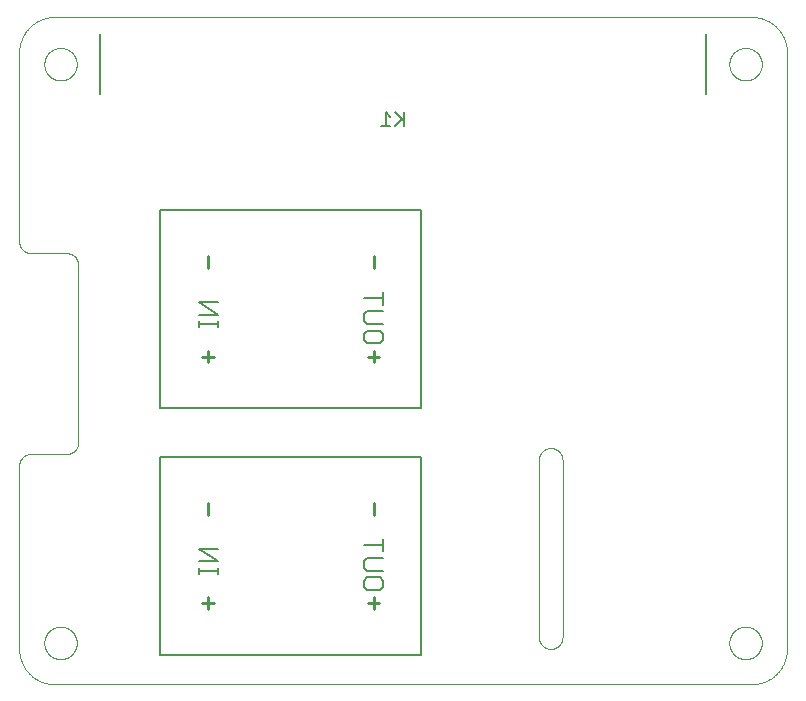
<source format=gbo>
G75*
%MOIN*%
%OFA0B0*%
%FSLAX25Y25*%
%IPPOS*%
%LPD*%
%AMOC8*
5,1,8,0,0,1.08239X$1,22.5*
%
%ADD10C,0.00000*%
%ADD11C,0.00500*%
%ADD12C,0.00600*%
%ADD13C,0.01000*%
D10*
X0033905Y0014811D02*
X0033905Y0075835D01*
X0033907Y0075959D01*
X0033913Y0076082D01*
X0033922Y0076206D01*
X0033936Y0076328D01*
X0033953Y0076451D01*
X0033975Y0076573D01*
X0034000Y0076694D01*
X0034029Y0076814D01*
X0034061Y0076933D01*
X0034098Y0077052D01*
X0034138Y0077169D01*
X0034181Y0077284D01*
X0034229Y0077399D01*
X0034280Y0077511D01*
X0034334Y0077622D01*
X0034392Y0077732D01*
X0034453Y0077839D01*
X0034518Y0077945D01*
X0034586Y0078048D01*
X0034657Y0078149D01*
X0034731Y0078248D01*
X0034808Y0078345D01*
X0034889Y0078439D01*
X0034972Y0078530D01*
X0035058Y0078619D01*
X0035147Y0078705D01*
X0035238Y0078788D01*
X0035332Y0078869D01*
X0035429Y0078946D01*
X0035528Y0079020D01*
X0035629Y0079091D01*
X0035732Y0079159D01*
X0035838Y0079224D01*
X0035945Y0079285D01*
X0036055Y0079343D01*
X0036166Y0079397D01*
X0036278Y0079448D01*
X0036393Y0079496D01*
X0036508Y0079539D01*
X0036625Y0079579D01*
X0036744Y0079616D01*
X0036863Y0079648D01*
X0036983Y0079677D01*
X0037104Y0079702D01*
X0037226Y0079724D01*
X0037349Y0079741D01*
X0037471Y0079755D01*
X0037595Y0079764D01*
X0037718Y0079770D01*
X0037842Y0079772D01*
X0049653Y0079772D01*
X0049777Y0079774D01*
X0049900Y0079780D01*
X0050024Y0079789D01*
X0050146Y0079803D01*
X0050269Y0079820D01*
X0050391Y0079842D01*
X0050512Y0079867D01*
X0050632Y0079896D01*
X0050751Y0079928D01*
X0050870Y0079965D01*
X0050987Y0080005D01*
X0051102Y0080048D01*
X0051217Y0080096D01*
X0051329Y0080147D01*
X0051440Y0080201D01*
X0051550Y0080259D01*
X0051657Y0080320D01*
X0051763Y0080385D01*
X0051866Y0080453D01*
X0051967Y0080524D01*
X0052066Y0080598D01*
X0052163Y0080675D01*
X0052257Y0080756D01*
X0052348Y0080839D01*
X0052437Y0080925D01*
X0052523Y0081014D01*
X0052606Y0081105D01*
X0052687Y0081199D01*
X0052764Y0081296D01*
X0052838Y0081395D01*
X0052909Y0081496D01*
X0052977Y0081599D01*
X0053042Y0081705D01*
X0053103Y0081812D01*
X0053161Y0081922D01*
X0053215Y0082033D01*
X0053266Y0082145D01*
X0053314Y0082260D01*
X0053357Y0082375D01*
X0053397Y0082492D01*
X0053434Y0082611D01*
X0053466Y0082730D01*
X0053495Y0082850D01*
X0053520Y0082971D01*
X0053542Y0083093D01*
X0053559Y0083216D01*
X0053573Y0083338D01*
X0053582Y0083462D01*
X0053588Y0083585D01*
X0053590Y0083709D01*
X0053590Y0142764D01*
X0053588Y0142888D01*
X0053582Y0143011D01*
X0053573Y0143135D01*
X0053559Y0143257D01*
X0053542Y0143380D01*
X0053520Y0143502D01*
X0053495Y0143623D01*
X0053466Y0143743D01*
X0053434Y0143862D01*
X0053397Y0143981D01*
X0053357Y0144098D01*
X0053314Y0144213D01*
X0053266Y0144328D01*
X0053215Y0144440D01*
X0053161Y0144551D01*
X0053103Y0144661D01*
X0053042Y0144768D01*
X0052977Y0144874D01*
X0052909Y0144977D01*
X0052838Y0145078D01*
X0052764Y0145177D01*
X0052687Y0145274D01*
X0052606Y0145368D01*
X0052523Y0145459D01*
X0052437Y0145548D01*
X0052348Y0145634D01*
X0052257Y0145717D01*
X0052163Y0145798D01*
X0052066Y0145875D01*
X0051967Y0145949D01*
X0051866Y0146020D01*
X0051763Y0146088D01*
X0051657Y0146153D01*
X0051550Y0146214D01*
X0051440Y0146272D01*
X0051329Y0146326D01*
X0051217Y0146377D01*
X0051102Y0146425D01*
X0050987Y0146468D01*
X0050870Y0146508D01*
X0050751Y0146545D01*
X0050632Y0146577D01*
X0050512Y0146606D01*
X0050391Y0146631D01*
X0050269Y0146653D01*
X0050146Y0146670D01*
X0050024Y0146684D01*
X0049900Y0146693D01*
X0049777Y0146699D01*
X0049653Y0146701D01*
X0037842Y0146701D01*
X0037718Y0146703D01*
X0037595Y0146709D01*
X0037471Y0146718D01*
X0037349Y0146732D01*
X0037226Y0146749D01*
X0037104Y0146771D01*
X0036983Y0146796D01*
X0036863Y0146825D01*
X0036744Y0146857D01*
X0036625Y0146894D01*
X0036508Y0146934D01*
X0036393Y0146977D01*
X0036278Y0147025D01*
X0036166Y0147076D01*
X0036055Y0147130D01*
X0035945Y0147188D01*
X0035838Y0147249D01*
X0035732Y0147314D01*
X0035629Y0147382D01*
X0035528Y0147453D01*
X0035429Y0147527D01*
X0035332Y0147604D01*
X0035238Y0147685D01*
X0035147Y0147768D01*
X0035058Y0147854D01*
X0034972Y0147943D01*
X0034889Y0148034D01*
X0034808Y0148128D01*
X0034731Y0148225D01*
X0034657Y0148324D01*
X0034586Y0148425D01*
X0034518Y0148528D01*
X0034453Y0148634D01*
X0034392Y0148741D01*
X0034334Y0148851D01*
X0034280Y0148962D01*
X0034229Y0149074D01*
X0034181Y0149189D01*
X0034138Y0149304D01*
X0034098Y0149421D01*
X0034061Y0149540D01*
X0034029Y0149659D01*
X0034000Y0149779D01*
X0033975Y0149900D01*
X0033953Y0150022D01*
X0033936Y0150145D01*
X0033922Y0150267D01*
X0033913Y0150391D01*
X0033907Y0150514D01*
X0033905Y0150638D01*
X0033905Y0213630D01*
X0033908Y0213915D01*
X0033919Y0214201D01*
X0033936Y0214486D01*
X0033960Y0214770D01*
X0033991Y0215054D01*
X0034029Y0215337D01*
X0034074Y0215618D01*
X0034125Y0215899D01*
X0034183Y0216179D01*
X0034248Y0216457D01*
X0034320Y0216733D01*
X0034398Y0217007D01*
X0034483Y0217280D01*
X0034575Y0217550D01*
X0034673Y0217818D01*
X0034777Y0218084D01*
X0034888Y0218347D01*
X0035005Y0218607D01*
X0035128Y0218865D01*
X0035258Y0219119D01*
X0035394Y0219370D01*
X0035535Y0219618D01*
X0035683Y0219862D01*
X0035836Y0220103D01*
X0035996Y0220339D01*
X0036161Y0220572D01*
X0036331Y0220801D01*
X0036507Y0221026D01*
X0036689Y0221246D01*
X0036875Y0221462D01*
X0037067Y0221673D01*
X0037264Y0221880D01*
X0037466Y0222082D01*
X0037673Y0222279D01*
X0037884Y0222471D01*
X0038100Y0222657D01*
X0038320Y0222839D01*
X0038545Y0223015D01*
X0038774Y0223185D01*
X0039007Y0223350D01*
X0039243Y0223510D01*
X0039484Y0223663D01*
X0039728Y0223811D01*
X0039976Y0223952D01*
X0040227Y0224088D01*
X0040481Y0224218D01*
X0040739Y0224341D01*
X0040999Y0224458D01*
X0041262Y0224569D01*
X0041528Y0224673D01*
X0041796Y0224771D01*
X0042066Y0224863D01*
X0042339Y0224948D01*
X0042613Y0225026D01*
X0042889Y0225098D01*
X0043167Y0225163D01*
X0043447Y0225221D01*
X0043728Y0225272D01*
X0044009Y0225317D01*
X0044292Y0225355D01*
X0044576Y0225386D01*
X0044860Y0225410D01*
X0045145Y0225427D01*
X0045431Y0225438D01*
X0045716Y0225441D01*
X0278000Y0225441D01*
X0278285Y0225438D01*
X0278571Y0225427D01*
X0278856Y0225410D01*
X0279140Y0225386D01*
X0279424Y0225355D01*
X0279707Y0225317D01*
X0279988Y0225272D01*
X0280269Y0225221D01*
X0280549Y0225163D01*
X0280827Y0225098D01*
X0281103Y0225026D01*
X0281377Y0224948D01*
X0281650Y0224863D01*
X0281920Y0224771D01*
X0282188Y0224673D01*
X0282454Y0224569D01*
X0282717Y0224458D01*
X0282977Y0224341D01*
X0283235Y0224218D01*
X0283489Y0224088D01*
X0283740Y0223952D01*
X0283988Y0223811D01*
X0284232Y0223663D01*
X0284473Y0223510D01*
X0284709Y0223350D01*
X0284942Y0223185D01*
X0285171Y0223015D01*
X0285396Y0222839D01*
X0285616Y0222657D01*
X0285832Y0222471D01*
X0286043Y0222279D01*
X0286250Y0222082D01*
X0286452Y0221880D01*
X0286649Y0221673D01*
X0286841Y0221462D01*
X0287027Y0221246D01*
X0287209Y0221026D01*
X0287385Y0220801D01*
X0287555Y0220572D01*
X0287720Y0220339D01*
X0287880Y0220103D01*
X0288033Y0219862D01*
X0288181Y0219618D01*
X0288322Y0219370D01*
X0288458Y0219119D01*
X0288588Y0218865D01*
X0288711Y0218607D01*
X0288828Y0218347D01*
X0288939Y0218084D01*
X0289043Y0217818D01*
X0289141Y0217550D01*
X0289233Y0217280D01*
X0289318Y0217007D01*
X0289396Y0216733D01*
X0289468Y0216457D01*
X0289533Y0216179D01*
X0289591Y0215899D01*
X0289642Y0215618D01*
X0289687Y0215337D01*
X0289725Y0215054D01*
X0289756Y0214770D01*
X0289780Y0214486D01*
X0289797Y0214201D01*
X0289808Y0213915D01*
X0289811Y0213630D01*
X0289811Y0014811D01*
X0289808Y0014526D01*
X0289797Y0014240D01*
X0289780Y0013955D01*
X0289756Y0013671D01*
X0289725Y0013387D01*
X0289687Y0013104D01*
X0289642Y0012823D01*
X0289591Y0012542D01*
X0289533Y0012262D01*
X0289468Y0011984D01*
X0289396Y0011708D01*
X0289318Y0011434D01*
X0289233Y0011161D01*
X0289141Y0010891D01*
X0289043Y0010623D01*
X0288939Y0010357D01*
X0288828Y0010094D01*
X0288711Y0009834D01*
X0288588Y0009576D01*
X0288458Y0009322D01*
X0288322Y0009071D01*
X0288181Y0008823D01*
X0288033Y0008579D01*
X0287880Y0008338D01*
X0287720Y0008102D01*
X0287555Y0007869D01*
X0287385Y0007640D01*
X0287209Y0007415D01*
X0287027Y0007195D01*
X0286841Y0006979D01*
X0286649Y0006768D01*
X0286452Y0006561D01*
X0286250Y0006359D01*
X0286043Y0006162D01*
X0285832Y0005970D01*
X0285616Y0005784D01*
X0285396Y0005602D01*
X0285171Y0005426D01*
X0284942Y0005256D01*
X0284709Y0005091D01*
X0284473Y0004931D01*
X0284232Y0004778D01*
X0283988Y0004630D01*
X0283740Y0004489D01*
X0283489Y0004353D01*
X0283235Y0004223D01*
X0282977Y0004100D01*
X0282717Y0003983D01*
X0282454Y0003872D01*
X0282188Y0003768D01*
X0281920Y0003670D01*
X0281650Y0003578D01*
X0281377Y0003493D01*
X0281103Y0003415D01*
X0280827Y0003343D01*
X0280549Y0003278D01*
X0280269Y0003220D01*
X0279988Y0003169D01*
X0279707Y0003124D01*
X0279424Y0003086D01*
X0279140Y0003055D01*
X0278856Y0003031D01*
X0278571Y0003014D01*
X0278285Y0003003D01*
X0278000Y0003000D01*
X0045716Y0003000D01*
X0045431Y0003003D01*
X0045145Y0003014D01*
X0044860Y0003031D01*
X0044576Y0003055D01*
X0044292Y0003086D01*
X0044009Y0003124D01*
X0043728Y0003169D01*
X0043447Y0003220D01*
X0043167Y0003278D01*
X0042889Y0003343D01*
X0042613Y0003415D01*
X0042339Y0003493D01*
X0042066Y0003578D01*
X0041796Y0003670D01*
X0041528Y0003768D01*
X0041262Y0003872D01*
X0040999Y0003983D01*
X0040739Y0004100D01*
X0040481Y0004223D01*
X0040227Y0004353D01*
X0039976Y0004489D01*
X0039728Y0004630D01*
X0039484Y0004778D01*
X0039243Y0004931D01*
X0039007Y0005091D01*
X0038774Y0005256D01*
X0038545Y0005426D01*
X0038320Y0005602D01*
X0038100Y0005784D01*
X0037884Y0005970D01*
X0037673Y0006162D01*
X0037466Y0006359D01*
X0037264Y0006561D01*
X0037067Y0006768D01*
X0036875Y0006979D01*
X0036689Y0007195D01*
X0036507Y0007415D01*
X0036331Y0007640D01*
X0036161Y0007869D01*
X0035996Y0008102D01*
X0035836Y0008338D01*
X0035683Y0008579D01*
X0035535Y0008823D01*
X0035394Y0009071D01*
X0035258Y0009322D01*
X0035128Y0009576D01*
X0035005Y0009834D01*
X0034888Y0010094D01*
X0034777Y0010357D01*
X0034673Y0010623D01*
X0034575Y0010891D01*
X0034483Y0011161D01*
X0034398Y0011434D01*
X0034320Y0011708D01*
X0034248Y0011984D01*
X0034183Y0012262D01*
X0034125Y0012542D01*
X0034074Y0012823D01*
X0034029Y0013104D01*
X0033991Y0013387D01*
X0033960Y0013671D01*
X0033936Y0013955D01*
X0033919Y0014240D01*
X0033908Y0014526D01*
X0033905Y0014811D01*
X0042272Y0016780D02*
X0042274Y0016927D01*
X0042280Y0017073D01*
X0042290Y0017219D01*
X0042304Y0017365D01*
X0042322Y0017511D01*
X0042343Y0017656D01*
X0042369Y0017800D01*
X0042399Y0017944D01*
X0042432Y0018086D01*
X0042469Y0018228D01*
X0042510Y0018369D01*
X0042555Y0018508D01*
X0042604Y0018647D01*
X0042656Y0018784D01*
X0042713Y0018919D01*
X0042772Y0019053D01*
X0042836Y0019185D01*
X0042903Y0019315D01*
X0042973Y0019444D01*
X0043047Y0019571D01*
X0043124Y0019695D01*
X0043205Y0019818D01*
X0043289Y0019938D01*
X0043376Y0020056D01*
X0043466Y0020171D01*
X0043559Y0020284D01*
X0043656Y0020395D01*
X0043755Y0020503D01*
X0043857Y0020608D01*
X0043962Y0020710D01*
X0044070Y0020809D01*
X0044181Y0020906D01*
X0044294Y0020999D01*
X0044409Y0021089D01*
X0044527Y0021176D01*
X0044647Y0021260D01*
X0044770Y0021341D01*
X0044894Y0021418D01*
X0045021Y0021492D01*
X0045150Y0021562D01*
X0045280Y0021629D01*
X0045412Y0021693D01*
X0045546Y0021752D01*
X0045681Y0021809D01*
X0045818Y0021861D01*
X0045957Y0021910D01*
X0046096Y0021955D01*
X0046237Y0021996D01*
X0046379Y0022033D01*
X0046521Y0022066D01*
X0046665Y0022096D01*
X0046809Y0022122D01*
X0046954Y0022143D01*
X0047100Y0022161D01*
X0047246Y0022175D01*
X0047392Y0022185D01*
X0047538Y0022191D01*
X0047685Y0022193D01*
X0047832Y0022191D01*
X0047978Y0022185D01*
X0048124Y0022175D01*
X0048270Y0022161D01*
X0048416Y0022143D01*
X0048561Y0022122D01*
X0048705Y0022096D01*
X0048849Y0022066D01*
X0048991Y0022033D01*
X0049133Y0021996D01*
X0049274Y0021955D01*
X0049413Y0021910D01*
X0049552Y0021861D01*
X0049689Y0021809D01*
X0049824Y0021752D01*
X0049958Y0021693D01*
X0050090Y0021629D01*
X0050220Y0021562D01*
X0050349Y0021492D01*
X0050476Y0021418D01*
X0050600Y0021341D01*
X0050723Y0021260D01*
X0050843Y0021176D01*
X0050961Y0021089D01*
X0051076Y0020999D01*
X0051189Y0020906D01*
X0051300Y0020809D01*
X0051408Y0020710D01*
X0051513Y0020608D01*
X0051615Y0020503D01*
X0051714Y0020395D01*
X0051811Y0020284D01*
X0051904Y0020171D01*
X0051994Y0020056D01*
X0052081Y0019938D01*
X0052165Y0019818D01*
X0052246Y0019695D01*
X0052323Y0019571D01*
X0052397Y0019444D01*
X0052467Y0019315D01*
X0052534Y0019185D01*
X0052598Y0019053D01*
X0052657Y0018919D01*
X0052714Y0018784D01*
X0052766Y0018647D01*
X0052815Y0018508D01*
X0052860Y0018369D01*
X0052901Y0018228D01*
X0052938Y0018086D01*
X0052971Y0017944D01*
X0053001Y0017800D01*
X0053027Y0017656D01*
X0053048Y0017511D01*
X0053066Y0017365D01*
X0053080Y0017219D01*
X0053090Y0017073D01*
X0053096Y0016927D01*
X0053098Y0016780D01*
X0053096Y0016633D01*
X0053090Y0016487D01*
X0053080Y0016341D01*
X0053066Y0016195D01*
X0053048Y0016049D01*
X0053027Y0015904D01*
X0053001Y0015760D01*
X0052971Y0015616D01*
X0052938Y0015474D01*
X0052901Y0015332D01*
X0052860Y0015191D01*
X0052815Y0015052D01*
X0052766Y0014913D01*
X0052714Y0014776D01*
X0052657Y0014641D01*
X0052598Y0014507D01*
X0052534Y0014375D01*
X0052467Y0014245D01*
X0052397Y0014116D01*
X0052323Y0013989D01*
X0052246Y0013865D01*
X0052165Y0013742D01*
X0052081Y0013622D01*
X0051994Y0013504D01*
X0051904Y0013389D01*
X0051811Y0013276D01*
X0051714Y0013165D01*
X0051615Y0013057D01*
X0051513Y0012952D01*
X0051408Y0012850D01*
X0051300Y0012751D01*
X0051189Y0012654D01*
X0051076Y0012561D01*
X0050961Y0012471D01*
X0050843Y0012384D01*
X0050723Y0012300D01*
X0050600Y0012219D01*
X0050476Y0012142D01*
X0050349Y0012068D01*
X0050220Y0011998D01*
X0050090Y0011931D01*
X0049958Y0011867D01*
X0049824Y0011808D01*
X0049689Y0011751D01*
X0049552Y0011699D01*
X0049413Y0011650D01*
X0049274Y0011605D01*
X0049133Y0011564D01*
X0048991Y0011527D01*
X0048849Y0011494D01*
X0048705Y0011464D01*
X0048561Y0011438D01*
X0048416Y0011417D01*
X0048270Y0011399D01*
X0048124Y0011385D01*
X0047978Y0011375D01*
X0047832Y0011369D01*
X0047685Y0011367D01*
X0047538Y0011369D01*
X0047392Y0011375D01*
X0047246Y0011385D01*
X0047100Y0011399D01*
X0046954Y0011417D01*
X0046809Y0011438D01*
X0046665Y0011464D01*
X0046521Y0011494D01*
X0046379Y0011527D01*
X0046237Y0011564D01*
X0046096Y0011605D01*
X0045957Y0011650D01*
X0045818Y0011699D01*
X0045681Y0011751D01*
X0045546Y0011808D01*
X0045412Y0011867D01*
X0045280Y0011931D01*
X0045150Y0011998D01*
X0045021Y0012068D01*
X0044894Y0012142D01*
X0044770Y0012219D01*
X0044647Y0012300D01*
X0044527Y0012384D01*
X0044409Y0012471D01*
X0044294Y0012561D01*
X0044181Y0012654D01*
X0044070Y0012751D01*
X0043962Y0012850D01*
X0043857Y0012952D01*
X0043755Y0013057D01*
X0043656Y0013165D01*
X0043559Y0013276D01*
X0043466Y0013389D01*
X0043376Y0013504D01*
X0043289Y0013622D01*
X0043205Y0013742D01*
X0043124Y0013865D01*
X0043047Y0013989D01*
X0042973Y0014116D01*
X0042903Y0014245D01*
X0042836Y0014375D01*
X0042772Y0014507D01*
X0042713Y0014641D01*
X0042656Y0014776D01*
X0042604Y0014913D01*
X0042555Y0015052D01*
X0042510Y0015191D01*
X0042469Y0015332D01*
X0042432Y0015474D01*
X0042399Y0015616D01*
X0042369Y0015760D01*
X0042343Y0015904D01*
X0042322Y0016049D01*
X0042304Y0016195D01*
X0042290Y0016341D01*
X0042280Y0016487D01*
X0042274Y0016633D01*
X0042272Y0016780D01*
X0207134Y0018748D02*
X0207134Y0077803D01*
X0207136Y0077927D01*
X0207142Y0078050D01*
X0207151Y0078174D01*
X0207165Y0078296D01*
X0207182Y0078419D01*
X0207204Y0078541D01*
X0207229Y0078662D01*
X0207258Y0078782D01*
X0207290Y0078901D01*
X0207327Y0079020D01*
X0207367Y0079137D01*
X0207410Y0079252D01*
X0207458Y0079367D01*
X0207509Y0079479D01*
X0207563Y0079590D01*
X0207621Y0079700D01*
X0207682Y0079807D01*
X0207747Y0079913D01*
X0207815Y0080016D01*
X0207886Y0080117D01*
X0207960Y0080216D01*
X0208037Y0080313D01*
X0208118Y0080407D01*
X0208201Y0080498D01*
X0208287Y0080587D01*
X0208376Y0080673D01*
X0208467Y0080756D01*
X0208561Y0080837D01*
X0208658Y0080914D01*
X0208757Y0080988D01*
X0208858Y0081059D01*
X0208961Y0081127D01*
X0209067Y0081192D01*
X0209174Y0081253D01*
X0209284Y0081311D01*
X0209395Y0081365D01*
X0209507Y0081416D01*
X0209622Y0081464D01*
X0209737Y0081507D01*
X0209854Y0081547D01*
X0209973Y0081584D01*
X0210092Y0081616D01*
X0210212Y0081645D01*
X0210333Y0081670D01*
X0210455Y0081692D01*
X0210578Y0081709D01*
X0210700Y0081723D01*
X0210824Y0081732D01*
X0210947Y0081738D01*
X0211071Y0081740D01*
X0211195Y0081738D01*
X0211318Y0081732D01*
X0211442Y0081723D01*
X0211564Y0081709D01*
X0211687Y0081692D01*
X0211809Y0081670D01*
X0211930Y0081645D01*
X0212050Y0081616D01*
X0212169Y0081584D01*
X0212288Y0081547D01*
X0212405Y0081507D01*
X0212520Y0081464D01*
X0212635Y0081416D01*
X0212747Y0081365D01*
X0212858Y0081311D01*
X0212968Y0081253D01*
X0213075Y0081192D01*
X0213181Y0081127D01*
X0213284Y0081059D01*
X0213385Y0080988D01*
X0213484Y0080914D01*
X0213581Y0080837D01*
X0213675Y0080756D01*
X0213766Y0080673D01*
X0213855Y0080587D01*
X0213941Y0080498D01*
X0214024Y0080407D01*
X0214105Y0080313D01*
X0214182Y0080216D01*
X0214256Y0080117D01*
X0214327Y0080016D01*
X0214395Y0079913D01*
X0214460Y0079807D01*
X0214521Y0079700D01*
X0214579Y0079590D01*
X0214633Y0079479D01*
X0214684Y0079367D01*
X0214732Y0079252D01*
X0214775Y0079137D01*
X0214815Y0079020D01*
X0214852Y0078901D01*
X0214884Y0078782D01*
X0214913Y0078662D01*
X0214938Y0078541D01*
X0214960Y0078419D01*
X0214977Y0078296D01*
X0214991Y0078174D01*
X0215000Y0078050D01*
X0215006Y0077927D01*
X0215008Y0077803D01*
X0215008Y0018748D01*
X0211071Y0014811D02*
X0210947Y0014813D01*
X0210824Y0014819D01*
X0210700Y0014828D01*
X0210578Y0014842D01*
X0210455Y0014859D01*
X0210333Y0014881D01*
X0210212Y0014906D01*
X0210092Y0014935D01*
X0209973Y0014967D01*
X0209854Y0015004D01*
X0209737Y0015044D01*
X0209622Y0015087D01*
X0209507Y0015135D01*
X0209395Y0015186D01*
X0209284Y0015240D01*
X0209174Y0015298D01*
X0209067Y0015359D01*
X0208961Y0015424D01*
X0208858Y0015492D01*
X0208757Y0015563D01*
X0208658Y0015637D01*
X0208561Y0015714D01*
X0208467Y0015795D01*
X0208376Y0015878D01*
X0208287Y0015964D01*
X0208201Y0016053D01*
X0208118Y0016144D01*
X0208037Y0016238D01*
X0207960Y0016335D01*
X0207886Y0016434D01*
X0207815Y0016535D01*
X0207747Y0016638D01*
X0207682Y0016744D01*
X0207621Y0016851D01*
X0207563Y0016961D01*
X0207509Y0017072D01*
X0207458Y0017184D01*
X0207410Y0017299D01*
X0207367Y0017414D01*
X0207327Y0017531D01*
X0207290Y0017650D01*
X0207258Y0017769D01*
X0207229Y0017889D01*
X0207204Y0018010D01*
X0207182Y0018132D01*
X0207165Y0018255D01*
X0207151Y0018377D01*
X0207142Y0018501D01*
X0207136Y0018624D01*
X0207134Y0018748D01*
X0211071Y0014811D02*
X0211195Y0014813D01*
X0211318Y0014819D01*
X0211442Y0014828D01*
X0211564Y0014842D01*
X0211687Y0014859D01*
X0211809Y0014881D01*
X0211930Y0014906D01*
X0212050Y0014935D01*
X0212169Y0014967D01*
X0212288Y0015004D01*
X0212405Y0015044D01*
X0212520Y0015087D01*
X0212635Y0015135D01*
X0212747Y0015186D01*
X0212858Y0015240D01*
X0212968Y0015298D01*
X0213075Y0015359D01*
X0213181Y0015424D01*
X0213284Y0015492D01*
X0213385Y0015563D01*
X0213484Y0015637D01*
X0213581Y0015714D01*
X0213675Y0015795D01*
X0213766Y0015878D01*
X0213855Y0015964D01*
X0213941Y0016053D01*
X0214024Y0016144D01*
X0214105Y0016238D01*
X0214182Y0016335D01*
X0214256Y0016434D01*
X0214327Y0016535D01*
X0214395Y0016638D01*
X0214460Y0016744D01*
X0214521Y0016851D01*
X0214579Y0016961D01*
X0214633Y0017072D01*
X0214684Y0017184D01*
X0214732Y0017299D01*
X0214775Y0017414D01*
X0214815Y0017531D01*
X0214852Y0017650D01*
X0214884Y0017769D01*
X0214913Y0017889D01*
X0214938Y0018010D01*
X0214960Y0018132D01*
X0214977Y0018255D01*
X0214991Y0018377D01*
X0215000Y0018501D01*
X0215006Y0018624D01*
X0215008Y0018748D01*
X0270618Y0016780D02*
X0270620Y0016927D01*
X0270626Y0017073D01*
X0270636Y0017219D01*
X0270650Y0017365D01*
X0270668Y0017511D01*
X0270689Y0017656D01*
X0270715Y0017800D01*
X0270745Y0017944D01*
X0270778Y0018086D01*
X0270815Y0018228D01*
X0270856Y0018369D01*
X0270901Y0018508D01*
X0270950Y0018647D01*
X0271002Y0018784D01*
X0271059Y0018919D01*
X0271118Y0019053D01*
X0271182Y0019185D01*
X0271249Y0019315D01*
X0271319Y0019444D01*
X0271393Y0019571D01*
X0271470Y0019695D01*
X0271551Y0019818D01*
X0271635Y0019938D01*
X0271722Y0020056D01*
X0271812Y0020171D01*
X0271905Y0020284D01*
X0272002Y0020395D01*
X0272101Y0020503D01*
X0272203Y0020608D01*
X0272308Y0020710D01*
X0272416Y0020809D01*
X0272527Y0020906D01*
X0272640Y0020999D01*
X0272755Y0021089D01*
X0272873Y0021176D01*
X0272993Y0021260D01*
X0273116Y0021341D01*
X0273240Y0021418D01*
X0273367Y0021492D01*
X0273496Y0021562D01*
X0273626Y0021629D01*
X0273758Y0021693D01*
X0273892Y0021752D01*
X0274027Y0021809D01*
X0274164Y0021861D01*
X0274303Y0021910D01*
X0274442Y0021955D01*
X0274583Y0021996D01*
X0274725Y0022033D01*
X0274867Y0022066D01*
X0275011Y0022096D01*
X0275155Y0022122D01*
X0275300Y0022143D01*
X0275446Y0022161D01*
X0275592Y0022175D01*
X0275738Y0022185D01*
X0275884Y0022191D01*
X0276031Y0022193D01*
X0276178Y0022191D01*
X0276324Y0022185D01*
X0276470Y0022175D01*
X0276616Y0022161D01*
X0276762Y0022143D01*
X0276907Y0022122D01*
X0277051Y0022096D01*
X0277195Y0022066D01*
X0277337Y0022033D01*
X0277479Y0021996D01*
X0277620Y0021955D01*
X0277759Y0021910D01*
X0277898Y0021861D01*
X0278035Y0021809D01*
X0278170Y0021752D01*
X0278304Y0021693D01*
X0278436Y0021629D01*
X0278566Y0021562D01*
X0278695Y0021492D01*
X0278822Y0021418D01*
X0278946Y0021341D01*
X0279069Y0021260D01*
X0279189Y0021176D01*
X0279307Y0021089D01*
X0279422Y0020999D01*
X0279535Y0020906D01*
X0279646Y0020809D01*
X0279754Y0020710D01*
X0279859Y0020608D01*
X0279961Y0020503D01*
X0280060Y0020395D01*
X0280157Y0020284D01*
X0280250Y0020171D01*
X0280340Y0020056D01*
X0280427Y0019938D01*
X0280511Y0019818D01*
X0280592Y0019695D01*
X0280669Y0019571D01*
X0280743Y0019444D01*
X0280813Y0019315D01*
X0280880Y0019185D01*
X0280944Y0019053D01*
X0281003Y0018919D01*
X0281060Y0018784D01*
X0281112Y0018647D01*
X0281161Y0018508D01*
X0281206Y0018369D01*
X0281247Y0018228D01*
X0281284Y0018086D01*
X0281317Y0017944D01*
X0281347Y0017800D01*
X0281373Y0017656D01*
X0281394Y0017511D01*
X0281412Y0017365D01*
X0281426Y0017219D01*
X0281436Y0017073D01*
X0281442Y0016927D01*
X0281444Y0016780D01*
X0281442Y0016633D01*
X0281436Y0016487D01*
X0281426Y0016341D01*
X0281412Y0016195D01*
X0281394Y0016049D01*
X0281373Y0015904D01*
X0281347Y0015760D01*
X0281317Y0015616D01*
X0281284Y0015474D01*
X0281247Y0015332D01*
X0281206Y0015191D01*
X0281161Y0015052D01*
X0281112Y0014913D01*
X0281060Y0014776D01*
X0281003Y0014641D01*
X0280944Y0014507D01*
X0280880Y0014375D01*
X0280813Y0014245D01*
X0280743Y0014116D01*
X0280669Y0013989D01*
X0280592Y0013865D01*
X0280511Y0013742D01*
X0280427Y0013622D01*
X0280340Y0013504D01*
X0280250Y0013389D01*
X0280157Y0013276D01*
X0280060Y0013165D01*
X0279961Y0013057D01*
X0279859Y0012952D01*
X0279754Y0012850D01*
X0279646Y0012751D01*
X0279535Y0012654D01*
X0279422Y0012561D01*
X0279307Y0012471D01*
X0279189Y0012384D01*
X0279069Y0012300D01*
X0278946Y0012219D01*
X0278822Y0012142D01*
X0278695Y0012068D01*
X0278566Y0011998D01*
X0278436Y0011931D01*
X0278304Y0011867D01*
X0278170Y0011808D01*
X0278035Y0011751D01*
X0277898Y0011699D01*
X0277759Y0011650D01*
X0277620Y0011605D01*
X0277479Y0011564D01*
X0277337Y0011527D01*
X0277195Y0011494D01*
X0277051Y0011464D01*
X0276907Y0011438D01*
X0276762Y0011417D01*
X0276616Y0011399D01*
X0276470Y0011385D01*
X0276324Y0011375D01*
X0276178Y0011369D01*
X0276031Y0011367D01*
X0275884Y0011369D01*
X0275738Y0011375D01*
X0275592Y0011385D01*
X0275446Y0011399D01*
X0275300Y0011417D01*
X0275155Y0011438D01*
X0275011Y0011464D01*
X0274867Y0011494D01*
X0274725Y0011527D01*
X0274583Y0011564D01*
X0274442Y0011605D01*
X0274303Y0011650D01*
X0274164Y0011699D01*
X0274027Y0011751D01*
X0273892Y0011808D01*
X0273758Y0011867D01*
X0273626Y0011931D01*
X0273496Y0011998D01*
X0273367Y0012068D01*
X0273240Y0012142D01*
X0273116Y0012219D01*
X0272993Y0012300D01*
X0272873Y0012384D01*
X0272755Y0012471D01*
X0272640Y0012561D01*
X0272527Y0012654D01*
X0272416Y0012751D01*
X0272308Y0012850D01*
X0272203Y0012952D01*
X0272101Y0013057D01*
X0272002Y0013165D01*
X0271905Y0013276D01*
X0271812Y0013389D01*
X0271722Y0013504D01*
X0271635Y0013622D01*
X0271551Y0013742D01*
X0271470Y0013865D01*
X0271393Y0013989D01*
X0271319Y0014116D01*
X0271249Y0014245D01*
X0271182Y0014375D01*
X0271118Y0014507D01*
X0271059Y0014641D01*
X0271002Y0014776D01*
X0270950Y0014913D01*
X0270901Y0015052D01*
X0270856Y0015191D01*
X0270815Y0015332D01*
X0270778Y0015474D01*
X0270745Y0015616D01*
X0270715Y0015760D01*
X0270689Y0015904D01*
X0270668Y0016049D01*
X0270650Y0016195D01*
X0270636Y0016341D01*
X0270626Y0016487D01*
X0270620Y0016633D01*
X0270618Y0016780D01*
X0270618Y0209693D02*
X0270620Y0209840D01*
X0270626Y0209986D01*
X0270636Y0210132D01*
X0270650Y0210278D01*
X0270668Y0210424D01*
X0270689Y0210569D01*
X0270715Y0210713D01*
X0270745Y0210857D01*
X0270778Y0210999D01*
X0270815Y0211141D01*
X0270856Y0211282D01*
X0270901Y0211421D01*
X0270950Y0211560D01*
X0271002Y0211697D01*
X0271059Y0211832D01*
X0271118Y0211966D01*
X0271182Y0212098D01*
X0271249Y0212228D01*
X0271319Y0212357D01*
X0271393Y0212484D01*
X0271470Y0212608D01*
X0271551Y0212731D01*
X0271635Y0212851D01*
X0271722Y0212969D01*
X0271812Y0213084D01*
X0271905Y0213197D01*
X0272002Y0213308D01*
X0272101Y0213416D01*
X0272203Y0213521D01*
X0272308Y0213623D01*
X0272416Y0213722D01*
X0272527Y0213819D01*
X0272640Y0213912D01*
X0272755Y0214002D01*
X0272873Y0214089D01*
X0272993Y0214173D01*
X0273116Y0214254D01*
X0273240Y0214331D01*
X0273367Y0214405D01*
X0273496Y0214475D01*
X0273626Y0214542D01*
X0273758Y0214606D01*
X0273892Y0214665D01*
X0274027Y0214722D01*
X0274164Y0214774D01*
X0274303Y0214823D01*
X0274442Y0214868D01*
X0274583Y0214909D01*
X0274725Y0214946D01*
X0274867Y0214979D01*
X0275011Y0215009D01*
X0275155Y0215035D01*
X0275300Y0215056D01*
X0275446Y0215074D01*
X0275592Y0215088D01*
X0275738Y0215098D01*
X0275884Y0215104D01*
X0276031Y0215106D01*
X0276178Y0215104D01*
X0276324Y0215098D01*
X0276470Y0215088D01*
X0276616Y0215074D01*
X0276762Y0215056D01*
X0276907Y0215035D01*
X0277051Y0215009D01*
X0277195Y0214979D01*
X0277337Y0214946D01*
X0277479Y0214909D01*
X0277620Y0214868D01*
X0277759Y0214823D01*
X0277898Y0214774D01*
X0278035Y0214722D01*
X0278170Y0214665D01*
X0278304Y0214606D01*
X0278436Y0214542D01*
X0278566Y0214475D01*
X0278695Y0214405D01*
X0278822Y0214331D01*
X0278946Y0214254D01*
X0279069Y0214173D01*
X0279189Y0214089D01*
X0279307Y0214002D01*
X0279422Y0213912D01*
X0279535Y0213819D01*
X0279646Y0213722D01*
X0279754Y0213623D01*
X0279859Y0213521D01*
X0279961Y0213416D01*
X0280060Y0213308D01*
X0280157Y0213197D01*
X0280250Y0213084D01*
X0280340Y0212969D01*
X0280427Y0212851D01*
X0280511Y0212731D01*
X0280592Y0212608D01*
X0280669Y0212484D01*
X0280743Y0212357D01*
X0280813Y0212228D01*
X0280880Y0212098D01*
X0280944Y0211966D01*
X0281003Y0211832D01*
X0281060Y0211697D01*
X0281112Y0211560D01*
X0281161Y0211421D01*
X0281206Y0211282D01*
X0281247Y0211141D01*
X0281284Y0210999D01*
X0281317Y0210857D01*
X0281347Y0210713D01*
X0281373Y0210569D01*
X0281394Y0210424D01*
X0281412Y0210278D01*
X0281426Y0210132D01*
X0281436Y0209986D01*
X0281442Y0209840D01*
X0281444Y0209693D01*
X0281442Y0209546D01*
X0281436Y0209400D01*
X0281426Y0209254D01*
X0281412Y0209108D01*
X0281394Y0208962D01*
X0281373Y0208817D01*
X0281347Y0208673D01*
X0281317Y0208529D01*
X0281284Y0208387D01*
X0281247Y0208245D01*
X0281206Y0208104D01*
X0281161Y0207965D01*
X0281112Y0207826D01*
X0281060Y0207689D01*
X0281003Y0207554D01*
X0280944Y0207420D01*
X0280880Y0207288D01*
X0280813Y0207158D01*
X0280743Y0207029D01*
X0280669Y0206902D01*
X0280592Y0206778D01*
X0280511Y0206655D01*
X0280427Y0206535D01*
X0280340Y0206417D01*
X0280250Y0206302D01*
X0280157Y0206189D01*
X0280060Y0206078D01*
X0279961Y0205970D01*
X0279859Y0205865D01*
X0279754Y0205763D01*
X0279646Y0205664D01*
X0279535Y0205567D01*
X0279422Y0205474D01*
X0279307Y0205384D01*
X0279189Y0205297D01*
X0279069Y0205213D01*
X0278946Y0205132D01*
X0278822Y0205055D01*
X0278695Y0204981D01*
X0278566Y0204911D01*
X0278436Y0204844D01*
X0278304Y0204780D01*
X0278170Y0204721D01*
X0278035Y0204664D01*
X0277898Y0204612D01*
X0277759Y0204563D01*
X0277620Y0204518D01*
X0277479Y0204477D01*
X0277337Y0204440D01*
X0277195Y0204407D01*
X0277051Y0204377D01*
X0276907Y0204351D01*
X0276762Y0204330D01*
X0276616Y0204312D01*
X0276470Y0204298D01*
X0276324Y0204288D01*
X0276178Y0204282D01*
X0276031Y0204280D01*
X0275884Y0204282D01*
X0275738Y0204288D01*
X0275592Y0204298D01*
X0275446Y0204312D01*
X0275300Y0204330D01*
X0275155Y0204351D01*
X0275011Y0204377D01*
X0274867Y0204407D01*
X0274725Y0204440D01*
X0274583Y0204477D01*
X0274442Y0204518D01*
X0274303Y0204563D01*
X0274164Y0204612D01*
X0274027Y0204664D01*
X0273892Y0204721D01*
X0273758Y0204780D01*
X0273626Y0204844D01*
X0273496Y0204911D01*
X0273367Y0204981D01*
X0273240Y0205055D01*
X0273116Y0205132D01*
X0272993Y0205213D01*
X0272873Y0205297D01*
X0272755Y0205384D01*
X0272640Y0205474D01*
X0272527Y0205567D01*
X0272416Y0205664D01*
X0272308Y0205763D01*
X0272203Y0205865D01*
X0272101Y0205970D01*
X0272002Y0206078D01*
X0271905Y0206189D01*
X0271812Y0206302D01*
X0271722Y0206417D01*
X0271635Y0206535D01*
X0271551Y0206655D01*
X0271470Y0206778D01*
X0271393Y0206902D01*
X0271319Y0207029D01*
X0271249Y0207158D01*
X0271182Y0207288D01*
X0271118Y0207420D01*
X0271059Y0207554D01*
X0271002Y0207689D01*
X0270950Y0207826D01*
X0270901Y0207965D01*
X0270856Y0208104D01*
X0270815Y0208245D01*
X0270778Y0208387D01*
X0270745Y0208529D01*
X0270715Y0208673D01*
X0270689Y0208817D01*
X0270668Y0208962D01*
X0270650Y0209108D01*
X0270636Y0209254D01*
X0270626Y0209400D01*
X0270620Y0209546D01*
X0270618Y0209693D01*
X0042272Y0209693D02*
X0042274Y0209840D01*
X0042280Y0209986D01*
X0042290Y0210132D01*
X0042304Y0210278D01*
X0042322Y0210424D01*
X0042343Y0210569D01*
X0042369Y0210713D01*
X0042399Y0210857D01*
X0042432Y0210999D01*
X0042469Y0211141D01*
X0042510Y0211282D01*
X0042555Y0211421D01*
X0042604Y0211560D01*
X0042656Y0211697D01*
X0042713Y0211832D01*
X0042772Y0211966D01*
X0042836Y0212098D01*
X0042903Y0212228D01*
X0042973Y0212357D01*
X0043047Y0212484D01*
X0043124Y0212608D01*
X0043205Y0212731D01*
X0043289Y0212851D01*
X0043376Y0212969D01*
X0043466Y0213084D01*
X0043559Y0213197D01*
X0043656Y0213308D01*
X0043755Y0213416D01*
X0043857Y0213521D01*
X0043962Y0213623D01*
X0044070Y0213722D01*
X0044181Y0213819D01*
X0044294Y0213912D01*
X0044409Y0214002D01*
X0044527Y0214089D01*
X0044647Y0214173D01*
X0044770Y0214254D01*
X0044894Y0214331D01*
X0045021Y0214405D01*
X0045150Y0214475D01*
X0045280Y0214542D01*
X0045412Y0214606D01*
X0045546Y0214665D01*
X0045681Y0214722D01*
X0045818Y0214774D01*
X0045957Y0214823D01*
X0046096Y0214868D01*
X0046237Y0214909D01*
X0046379Y0214946D01*
X0046521Y0214979D01*
X0046665Y0215009D01*
X0046809Y0215035D01*
X0046954Y0215056D01*
X0047100Y0215074D01*
X0047246Y0215088D01*
X0047392Y0215098D01*
X0047538Y0215104D01*
X0047685Y0215106D01*
X0047832Y0215104D01*
X0047978Y0215098D01*
X0048124Y0215088D01*
X0048270Y0215074D01*
X0048416Y0215056D01*
X0048561Y0215035D01*
X0048705Y0215009D01*
X0048849Y0214979D01*
X0048991Y0214946D01*
X0049133Y0214909D01*
X0049274Y0214868D01*
X0049413Y0214823D01*
X0049552Y0214774D01*
X0049689Y0214722D01*
X0049824Y0214665D01*
X0049958Y0214606D01*
X0050090Y0214542D01*
X0050220Y0214475D01*
X0050349Y0214405D01*
X0050476Y0214331D01*
X0050600Y0214254D01*
X0050723Y0214173D01*
X0050843Y0214089D01*
X0050961Y0214002D01*
X0051076Y0213912D01*
X0051189Y0213819D01*
X0051300Y0213722D01*
X0051408Y0213623D01*
X0051513Y0213521D01*
X0051615Y0213416D01*
X0051714Y0213308D01*
X0051811Y0213197D01*
X0051904Y0213084D01*
X0051994Y0212969D01*
X0052081Y0212851D01*
X0052165Y0212731D01*
X0052246Y0212608D01*
X0052323Y0212484D01*
X0052397Y0212357D01*
X0052467Y0212228D01*
X0052534Y0212098D01*
X0052598Y0211966D01*
X0052657Y0211832D01*
X0052714Y0211697D01*
X0052766Y0211560D01*
X0052815Y0211421D01*
X0052860Y0211282D01*
X0052901Y0211141D01*
X0052938Y0210999D01*
X0052971Y0210857D01*
X0053001Y0210713D01*
X0053027Y0210569D01*
X0053048Y0210424D01*
X0053066Y0210278D01*
X0053080Y0210132D01*
X0053090Y0209986D01*
X0053096Y0209840D01*
X0053098Y0209693D01*
X0053096Y0209546D01*
X0053090Y0209400D01*
X0053080Y0209254D01*
X0053066Y0209108D01*
X0053048Y0208962D01*
X0053027Y0208817D01*
X0053001Y0208673D01*
X0052971Y0208529D01*
X0052938Y0208387D01*
X0052901Y0208245D01*
X0052860Y0208104D01*
X0052815Y0207965D01*
X0052766Y0207826D01*
X0052714Y0207689D01*
X0052657Y0207554D01*
X0052598Y0207420D01*
X0052534Y0207288D01*
X0052467Y0207158D01*
X0052397Y0207029D01*
X0052323Y0206902D01*
X0052246Y0206778D01*
X0052165Y0206655D01*
X0052081Y0206535D01*
X0051994Y0206417D01*
X0051904Y0206302D01*
X0051811Y0206189D01*
X0051714Y0206078D01*
X0051615Y0205970D01*
X0051513Y0205865D01*
X0051408Y0205763D01*
X0051300Y0205664D01*
X0051189Y0205567D01*
X0051076Y0205474D01*
X0050961Y0205384D01*
X0050843Y0205297D01*
X0050723Y0205213D01*
X0050600Y0205132D01*
X0050476Y0205055D01*
X0050349Y0204981D01*
X0050220Y0204911D01*
X0050090Y0204844D01*
X0049958Y0204780D01*
X0049824Y0204721D01*
X0049689Y0204664D01*
X0049552Y0204612D01*
X0049413Y0204563D01*
X0049274Y0204518D01*
X0049133Y0204477D01*
X0048991Y0204440D01*
X0048849Y0204407D01*
X0048705Y0204377D01*
X0048561Y0204351D01*
X0048416Y0204330D01*
X0048270Y0204312D01*
X0048124Y0204298D01*
X0047978Y0204288D01*
X0047832Y0204282D01*
X0047685Y0204280D01*
X0047538Y0204282D01*
X0047392Y0204288D01*
X0047246Y0204298D01*
X0047100Y0204312D01*
X0046954Y0204330D01*
X0046809Y0204351D01*
X0046665Y0204377D01*
X0046521Y0204407D01*
X0046379Y0204440D01*
X0046237Y0204477D01*
X0046096Y0204518D01*
X0045957Y0204563D01*
X0045818Y0204612D01*
X0045681Y0204664D01*
X0045546Y0204721D01*
X0045412Y0204780D01*
X0045280Y0204844D01*
X0045150Y0204911D01*
X0045021Y0204981D01*
X0044894Y0205055D01*
X0044770Y0205132D01*
X0044647Y0205213D01*
X0044527Y0205297D01*
X0044409Y0205384D01*
X0044294Y0205474D01*
X0044181Y0205567D01*
X0044070Y0205664D01*
X0043962Y0205763D01*
X0043857Y0205865D01*
X0043755Y0205970D01*
X0043656Y0206078D01*
X0043559Y0206189D01*
X0043466Y0206302D01*
X0043376Y0206417D01*
X0043289Y0206535D01*
X0043205Y0206655D01*
X0043124Y0206778D01*
X0043047Y0206902D01*
X0042973Y0207029D01*
X0042903Y0207158D01*
X0042836Y0207288D01*
X0042772Y0207420D01*
X0042713Y0207554D01*
X0042656Y0207689D01*
X0042604Y0207826D01*
X0042555Y0207965D01*
X0042510Y0208104D01*
X0042469Y0208245D01*
X0042432Y0208387D01*
X0042399Y0208529D01*
X0042369Y0208673D01*
X0042343Y0208817D01*
X0042322Y0208962D01*
X0042304Y0209108D01*
X0042290Y0209254D01*
X0042280Y0209400D01*
X0042274Y0209546D01*
X0042272Y0209693D01*
D11*
X0060874Y0199693D02*
X0060874Y0219693D01*
X0080956Y0161000D02*
X0080956Y0095000D01*
X0167956Y0095000D01*
X0167956Y0161000D01*
X0080956Y0161000D01*
X0154668Y0189195D02*
X0157671Y0189195D01*
X0156170Y0189195D02*
X0156170Y0193699D01*
X0157671Y0192197D01*
X0159272Y0193699D02*
X0162275Y0190696D01*
X0161524Y0191447D02*
X0159272Y0189195D01*
X0162275Y0189195D02*
X0162275Y0193699D01*
X0262842Y0199693D02*
X0262842Y0219693D01*
X0167956Y0078717D02*
X0080956Y0078717D01*
X0080956Y0012717D01*
X0167956Y0012717D01*
X0167956Y0078717D01*
D12*
X0155221Y0051541D02*
X0155221Y0047271D01*
X0155221Y0049406D02*
X0148815Y0049406D01*
X0149883Y0045096D02*
X0148815Y0044028D01*
X0148815Y0041893D01*
X0149883Y0040825D01*
X0155221Y0040825D01*
X0154153Y0038650D02*
X0149883Y0038650D01*
X0148815Y0037583D01*
X0148815Y0035447D01*
X0149883Y0034380D01*
X0154153Y0034380D01*
X0155221Y0035447D01*
X0155221Y0037583D01*
X0154153Y0038650D01*
X0155221Y0045096D02*
X0149883Y0045096D01*
X0100103Y0043958D02*
X0093697Y0048228D01*
X0100103Y0048228D01*
X0100103Y0043958D02*
X0093697Y0043958D01*
X0093697Y0041796D02*
X0093697Y0039661D01*
X0093697Y0040729D02*
X0100103Y0040729D01*
X0100103Y0041796D02*
X0100103Y0039661D01*
X0149883Y0116663D02*
X0148815Y0117731D01*
X0148815Y0119866D01*
X0149883Y0120934D01*
X0154153Y0120934D01*
X0155221Y0119866D01*
X0155221Y0117731D01*
X0154153Y0116663D01*
X0149883Y0116663D01*
X0149883Y0123109D02*
X0148815Y0124176D01*
X0148815Y0126311D01*
X0149883Y0127379D01*
X0155221Y0127379D01*
X0155221Y0129554D02*
X0155221Y0133825D01*
X0155221Y0131689D02*
X0148815Y0131689D01*
X0149883Y0123109D02*
X0155221Y0123109D01*
X0100103Y0123012D02*
X0093697Y0123012D01*
X0093697Y0121944D02*
X0093697Y0124080D01*
X0093697Y0126241D02*
X0100103Y0126241D01*
X0093697Y0130512D01*
X0100103Y0130512D01*
X0100103Y0124080D02*
X0100103Y0121944D01*
D13*
X0096897Y0114220D02*
X0096897Y0110283D01*
X0094929Y0112252D02*
X0098866Y0112252D01*
X0096897Y0141780D02*
X0096897Y0145717D01*
X0152015Y0145717D02*
X0152015Y0141780D01*
X0152015Y0114220D02*
X0152015Y0110283D01*
X0150047Y0112252D02*
X0153984Y0112252D01*
X0152015Y0063433D02*
X0152015Y0059496D01*
X0152015Y0031937D02*
X0152015Y0028000D01*
X0150047Y0029969D02*
X0153984Y0029969D01*
X0098866Y0029969D02*
X0094929Y0029969D01*
X0096897Y0028000D02*
X0096897Y0031937D01*
X0096897Y0059496D02*
X0096897Y0063433D01*
M02*

</source>
